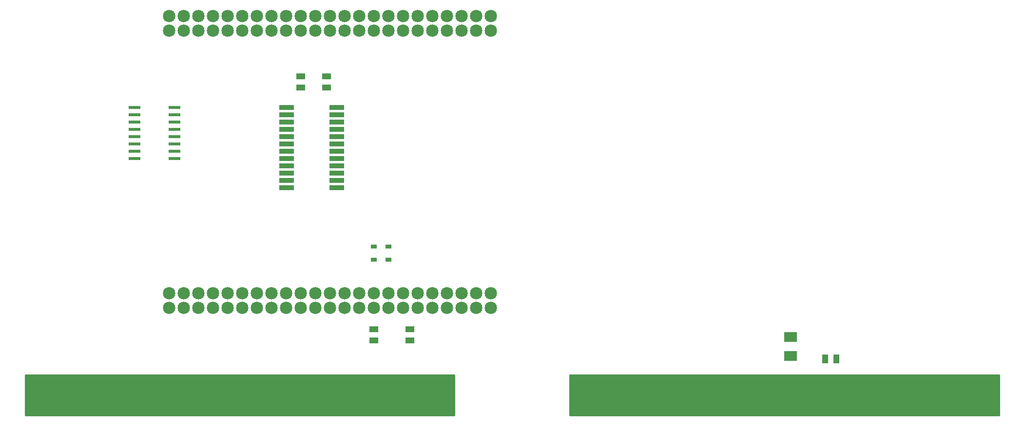
<source format=gts>
G04 (created by PCBNEW (2013-mar-25)-stable) date Friday, November 01, 2013 02:29:01 PM*
%MOIN*%
G04 Gerber Fmt 3.4, Leading zero omitted, Abs format*
%FSLAX34Y34*%
G01*
G70*
G90*
G04 APERTURE LIST*
%ADD10C,2.3622e-06*%
%ADD11R,0.083X0.024*%
%ADD12R,0.061X0.041*%
%ADD13R,0.086X0.066*%
%ADD14R,0.041X0.061*%
%ADD15R,0.039X0.031*%
%ADD16R,0.1005X0.0336*%
%ADD17C,0.085*%
%ADD18C,0.01*%
G04 APERTURE END LIST*
G54D10*
G54D11*
X21390Y-18750D03*
X21390Y-19250D03*
X21390Y-19750D03*
X21390Y-20250D03*
X21390Y-20750D03*
X21390Y-21250D03*
X21390Y-21750D03*
X21390Y-22250D03*
X24110Y-22250D03*
X24110Y-21750D03*
X24110Y-21250D03*
X24110Y-20750D03*
X24110Y-20250D03*
X24110Y-19750D03*
X24110Y-19250D03*
X24110Y-18750D03*
G54D12*
X37750Y-33970D03*
X37750Y-34730D03*
X40200Y-33970D03*
X40200Y-34730D03*
G54D13*
X66250Y-35800D03*
X66250Y-34500D03*
G54D14*
X69380Y-36000D03*
X68620Y-36000D03*
G54D15*
X38750Y-29190D03*
X38750Y-28310D03*
X37750Y-29190D03*
X37750Y-28310D03*
G54D16*
X31768Y-18750D03*
X31768Y-19250D03*
X31768Y-19750D03*
X31768Y-20250D03*
X31768Y-20750D03*
X31768Y-21250D03*
X31768Y-21750D03*
X31768Y-22250D03*
X31768Y-22750D03*
X31768Y-23250D03*
X31768Y-23750D03*
X31768Y-24250D03*
X35232Y-24250D03*
X35232Y-23750D03*
X35232Y-23250D03*
X35232Y-22750D03*
X35232Y-22250D03*
X35232Y-21750D03*
X35232Y-21250D03*
X35232Y-20750D03*
X35232Y-20250D03*
X35232Y-19750D03*
X35232Y-19250D03*
X35232Y-18750D03*
G54D12*
X32750Y-17380D03*
X32750Y-16620D03*
X34500Y-17380D03*
X34500Y-16620D03*
G54D17*
X45750Y-32500D03*
X45750Y-31500D03*
X44750Y-32500D03*
X44750Y-31500D03*
X43750Y-32500D03*
X43750Y-31500D03*
X42750Y-32500D03*
X42750Y-31500D03*
X41750Y-32500D03*
X41750Y-31500D03*
X40750Y-32500D03*
X40750Y-31500D03*
X39750Y-32500D03*
X39750Y-31500D03*
X38750Y-32500D03*
X38750Y-31500D03*
X37750Y-32500D03*
X37750Y-31500D03*
X36750Y-32500D03*
X36750Y-31500D03*
X35750Y-32500D03*
X35750Y-31500D03*
X34750Y-32500D03*
X34750Y-31500D03*
X33750Y-32500D03*
X33750Y-31500D03*
X32750Y-32500D03*
X32750Y-31500D03*
X31750Y-32500D03*
X31750Y-31500D03*
X30750Y-32500D03*
X30750Y-31500D03*
X29750Y-32500D03*
X29750Y-31500D03*
X28750Y-32500D03*
X28750Y-31500D03*
X27750Y-32500D03*
X27750Y-31500D03*
X26750Y-32500D03*
X26750Y-31500D03*
X25750Y-32500D03*
X25750Y-31500D03*
X24750Y-32500D03*
X24750Y-31500D03*
X23750Y-32500D03*
X23750Y-31500D03*
X45750Y-13500D03*
X45750Y-12500D03*
X44750Y-13500D03*
X44750Y-12500D03*
X43750Y-13500D03*
X43750Y-12500D03*
X42750Y-13500D03*
X42750Y-12500D03*
X41750Y-13500D03*
X41750Y-12500D03*
X40750Y-13500D03*
X40750Y-12500D03*
X39750Y-13500D03*
X39750Y-12500D03*
X38750Y-13500D03*
X38750Y-12500D03*
X37750Y-13500D03*
X37750Y-12500D03*
X36750Y-13500D03*
X36750Y-12500D03*
X35750Y-13500D03*
X35750Y-12500D03*
X34750Y-13500D03*
X34750Y-12500D03*
X33750Y-13500D03*
X33750Y-12500D03*
X32750Y-13500D03*
X32750Y-12500D03*
X31750Y-13500D03*
X31750Y-12500D03*
X30750Y-13500D03*
X30750Y-12500D03*
X29750Y-13500D03*
X29750Y-12500D03*
X28750Y-13500D03*
X28750Y-12500D03*
X27750Y-13500D03*
X27750Y-12500D03*
X26750Y-13500D03*
X26750Y-12500D03*
X25750Y-13500D03*
X25750Y-12500D03*
X24750Y-13500D03*
X24750Y-12500D03*
X23750Y-13500D03*
X23750Y-12500D03*
G54D10*
G36*
X43250Y-39850D02*
X13900Y-39850D01*
X13900Y-37100D01*
X43250Y-37100D01*
X43250Y-39850D01*
X43250Y-39850D01*
G37*
G54D18*
X43250Y-39850D02*
X13900Y-39850D01*
X13900Y-37100D01*
X43250Y-37100D01*
X43250Y-39850D01*
G54D10*
G36*
X80500Y-39850D02*
X51150Y-39850D01*
X51150Y-37100D01*
X80500Y-37100D01*
X80500Y-39850D01*
X80500Y-39850D01*
G37*
G54D18*
X80500Y-39850D02*
X51150Y-39850D01*
X51150Y-37100D01*
X80500Y-37100D01*
X80500Y-39850D01*
M02*

</source>
